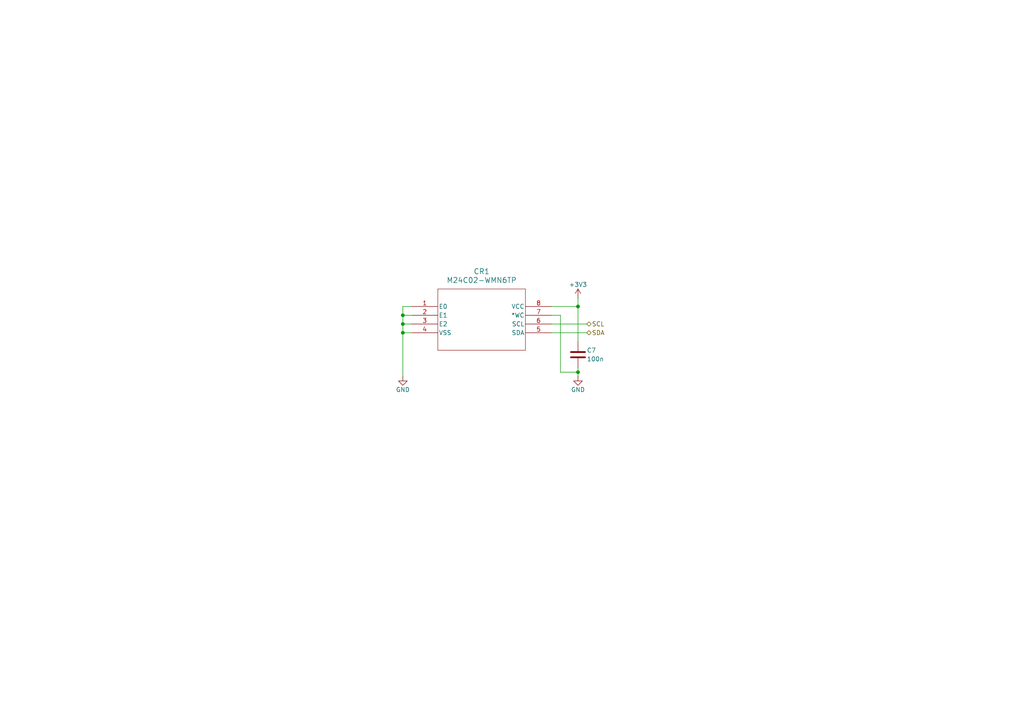
<source format=kicad_sch>
(kicad_sch (version 20231120) (generator "eeschema") (generator_version "8.0")
  (paper "A4")
  (title_block (company "Helena Hounds"))
  (lib_symbols
    (symbol "Dev_Board:M24C02-WMN6TP" (pin_names (offset 0.254))
      (property "Reference" "CR" (at 20.32 10.16 0))
      (property "Value" "M24C02-WMN6TP" (at 20.32 7.62 0))
      (symbol "M24C02-WMN6TP_0_1"
        (polyline (pts (xy 7.62 -12.7) (xy 33.02 -12.7)) (stroke (width 0.127)))
        (polyline (pts (xy 7.62 5.08) (xy 7.62 -12.7)) (stroke (width 0.127)))
        (polyline (pts (xy 33.02 -12.7) (xy 33.02 5.08)) (stroke (width 0.127)))
        (polyline (pts (xy 33.02 5.08) (xy 7.62 5.08)) (stroke (width 0.127)))
        (pin unspecified line (at 0 0 0) (length 7.62) (name "E0") (number "1"))
        (pin unspecified line (at 0 -2.54 0) (length 7.62) (name "E1") (number "2"))
        (pin unspecified line (at 0 -5.08 0) (length 7.62) (name "E2") (number "3"))
        (pin power_in line (at 0 -7.62 0) (length 7.62) (name "VSS") (number "4"))
        (pin bidirectional line (at 40.64 -7.62 180) (length 7.62) (name "SDA") (number "5"))
        (pin input line (at 40.64 -5.08 180) (length 7.62) (name "SCL") (number "6"))
        (pin input line (at 40.64 -2.54 180) (length 7.62) (name "*WC") (number "7"))
        (pin power_in line (at 40.64 0 180) (length 7.62) (name "VCC") (number "8"))
      )
    )
    (symbol "Device:C" (pin_numbers hide) (pin_names (offset 0.254))
      (property "Reference" "C" (at 0.635 2.54 0))
      (property "Value" "C" (at 0.635 -2.54 0))
      (symbol "C_0_1"
        (polyline (pts (xy -2.032 -0.762) (xy 2.032 -0.762)) (stroke (width 0.508)))
        (polyline (pts (xy -2.032 0.762) (xy 2.032 0.762)) (stroke (width 0.508)))
      )
      (symbol "C_1_1"
        (pin passive line (at 0 3.81 270) (length 2.794) (name "~") (number "1"))
        (pin passive line (at 0 -3.81 90) (length 2.794) (name "~") (number "2"))
      )
    )
    (symbol "power:+3V3" (power) (pin_numbers hide) (pin_names (offset 0) hide)
      (property "Value" "+3V3" (at 0 3.556 0))
      (symbol "+3V3_0_1"
        (polyline (pts (xy -0.762 1.27) (xy 0 2.54)))
        (polyline (pts (xy 0 0) (xy 0 2.54)))
        (polyline (pts (xy 0 2.54) (xy 0.762 1.27)))
      )
      (symbol "+3V3_1_1"
        (pin power_in line (at 0 0 90) (length 0) (name "~") (number "1"))
      )
    )
    (symbol "power:GND" (power) (pin_numbers hide) (pin_names (offset 0) hide)
      (property "Value" "GND" (at 0 -3.81 0))
      (symbol "GND_0_1"
        (polyline (pts (xy 0 0) (xy 0 -1.27) (xy 1.27 -1.27) (xy 0 -2.54) (xy -1.27 -1.27) (xy 0 -1.27)))
      )
      (symbol "GND_1_1"
        (pin power_in line (at 0 0 270) (length 0) (name "~") (number "1"))
      )
    )
  )
  (junction (at 116.84 96.52))
  (junction (at 167.64 88.9))
  (junction (at 116.84 91.44))
  (junction (at 116.84 93.98))
  (junction (at 167.64 107.95))
  (wire (pts (xy 160.02 96.52) (xy 170.18 96.52)))
  (wire (pts (xy 167.64 88.9) (xy 167.64 86.36)))
  (wire (pts (xy 116.84 88.9) (xy 116.84 91.44)))
  (wire (pts (xy 119.38 88.9) (xy 116.84 88.9)))
  (wire (pts (xy 160.02 91.44) (xy 162.56 91.44)))
  (wire (pts (xy 167.64 109.22) (xy 167.64 107.95)))
  (wire (pts (xy 160.02 88.9) (xy 167.64 88.9)))
  (wire (pts (xy 167.64 107.95) (xy 167.64 106.68)))
  (wire (pts (xy 119.38 96.52) (xy 116.84 96.52)))
  (wire (pts (xy 116.84 93.98) (xy 116.84 96.52)))
  (wire (pts (xy 162.56 107.95) (xy 167.64 107.95)))
  (wire (pts (xy 116.84 96.52) (xy 116.84 109.22)))
  (wire (pts (xy 119.38 93.98) (xy 116.84 93.98)))
  (wire (pts (xy 119.38 91.44) (xy 116.84 91.44)))
  (wire (pts (xy 162.56 91.44) (xy 162.56 107.95)))
  (wire (pts (xy 116.84 91.44) (xy 116.84 93.98)))
  (wire (pts (xy 167.64 88.9) (xy 167.64 99.06)))
  (wire (pts (xy 160.02 93.98) (xy 170.18 93.98)))
  (hierarchical_label "SDA" (shape bidirectional) (at 170.18 96.52 0))
  (hierarchical_label "SCL" (shape bidirectional) (at 170.18 93.98 0))
  (symbol (lib_id "power:GND") (at 116.84 109.22 0) (unit 1)
    (property "Reference" "#PWR012" (effects (hide yes)))
    (property "Value" "GND" (at 116.84 113.03 0))
    (property "Description" "Power symbol creates a global label with name \"GND\" , ground" (effects (hide yes)))
  )
  (symbol (lib_id "Dev_Board:M24C02-WMN6TP") (at 119.38 88.9 0) (unit 1)
    (property "Reference" "CR1" (at 139.7 78.74 0) (effects (font (size 1.524 1.524))))
    (property "Value" "M24C02-WMN6TP" (at 139.7 81.28 0) (effects (font (size 1.524 1.524))))
    (property "Footprint" "SO-8_STM" (effects (hide yes)))
    (property "Datasheet" "M24C02-WMN6TP" (effects (hide yes)))
  )
  (symbol (lib_id "power:GND") (at 167.64 109.22 0) (unit 1)
    (property "Reference" "#PWR013" (effects (hide yes)))
    (property "Value" "GND" (at 167.64 113.03 0))
    (property "Description" "Power symbol creates a global label with name \"GND\" , ground" (effects (hide yes)))
  )
  (symbol (lib_id "Device:C") (at 167.64 102.87 0) (unit 1)
    (property "Reference" "C7" (at 170.18 101.6 0) (effects (justify left)))
    (property "Value" "100n" (at 170.18 104.14 0) (effects (justify left)))
    (property "Description" "Unpolarized capacitor" (effects (hide yes)))
  )
  (symbol (lib_id "power:+3V3") (at 167.64 86.36 0) (unit 1)
    (property "Reference" "#PWR011" (effects (hide yes)))
    (property "Value" "+3V3" (at 167.64 82.55 0))
    (property "Description" "Power symbol creates a global label with name \"+3V3\"" (effects (hide yes)))
  )
)
</source>
